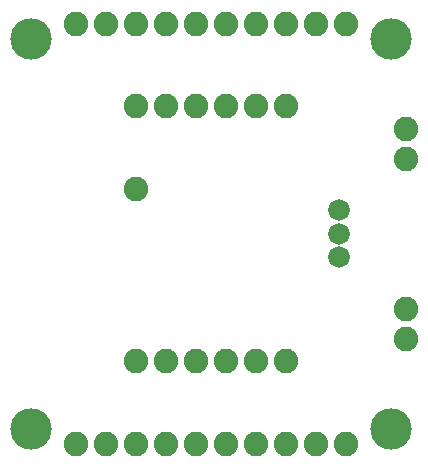
<source format=gbr>
G04 EAGLE Gerber RS-274X export*
G75*
%MOMM*%
%FSLAX34Y34*%
%LPD*%
%INSoldermask Bottom*%
%IPPOS*%
%AMOC8*
5,1,8,0,0,1.08239X$1,22.5*%
G01*
%ADD10C,2.082800*%
%ADD11C,3.505200*%
%ADD12C,1.828800*%


D10*
X63500Y-107950D03*
X38100Y-107950D03*
X12700Y-107950D03*
X-12700Y-107950D03*
X-38100Y-107950D03*
X-63500Y-107950D03*
X-63500Y107950D03*
X-38100Y107950D03*
X-12700Y107950D03*
X12700Y107950D03*
X38100Y107950D03*
X63500Y107950D03*
X63500Y177800D03*
X38100Y177800D03*
X12700Y177800D03*
X-12700Y177800D03*
X-38100Y177800D03*
X-63500Y177800D03*
D11*
X152400Y165100D03*
X-152400Y165100D03*
X152400Y-165100D03*
X-152400Y-165100D03*
D10*
X114300Y-177800D03*
X88900Y-177800D03*
X63500Y-177800D03*
X38100Y-177800D03*
X12700Y-177800D03*
X-12700Y-177800D03*
X-38100Y-177800D03*
X-63500Y-177800D03*
X-88900Y-177800D03*
X-114300Y-177800D03*
X-63500Y38100D03*
X114300Y177800D03*
X88900Y177800D03*
X-88900Y177800D03*
X-114300Y177800D03*
D12*
X108750Y20000D03*
X108750Y0D03*
X108750Y-20000D03*
D10*
X165100Y63500D03*
X165100Y88900D03*
X165100Y-63500D03*
X165100Y-88900D03*
M02*

</source>
